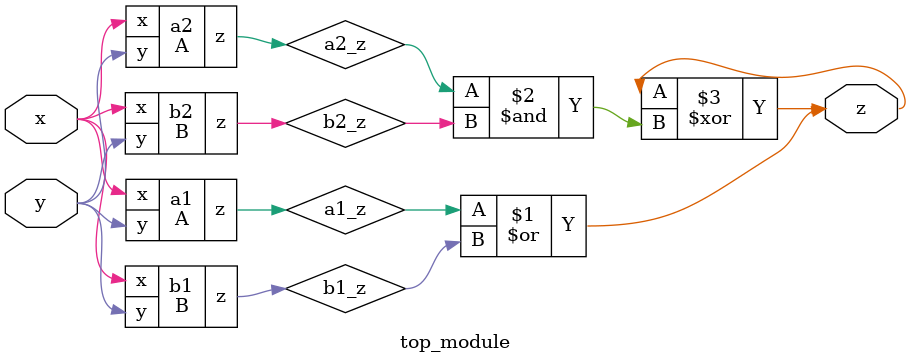
<source format=sv>
module A(
	input x,
	input y,
	output z);
	
	assign z = (x ^ y) & x;
endmodule
module B(
	input x,
	input y,
	output z);
	
	assign z =  (~x & y) | (x & ~y);
	assign #5 z = z;
endmodule
module top_module(
	input x,
	input y,
	output z);
	
	wire a1_z, a2_z, b1_z, b2_z;
	
	A a1(
		.x(x), 
		.y(y), 
		.z(a1_z)
	);
	
	B b1(
		.x(x), 
		.y(y), 
		.z(b1_z)
	);
	
	A a2(
		.x(x),
		.y(y),
		.z(a2_z)
	);
	
	B b2(
		.x(x),
		.y(y),
		.z(b2_z)
	);
	
	assign z = a1_z | b1_z;
	assign z = z ^ (a2_z & b2_z);
	
endmodule

</source>
